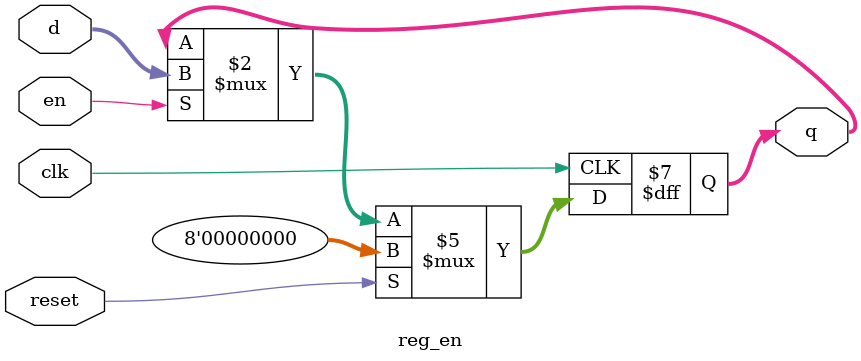
<source format=sv>
module reg_en #(parameter N=8) (
    input logic clk, reset, en,
    input logic [N-1:0] d,
    output logic [N-1:0] q
    );
    always_ff @(posedge clk) begin
        if (reset) q <= '0;
        else if (en) q <= d;
    end
endmodule
</source>
